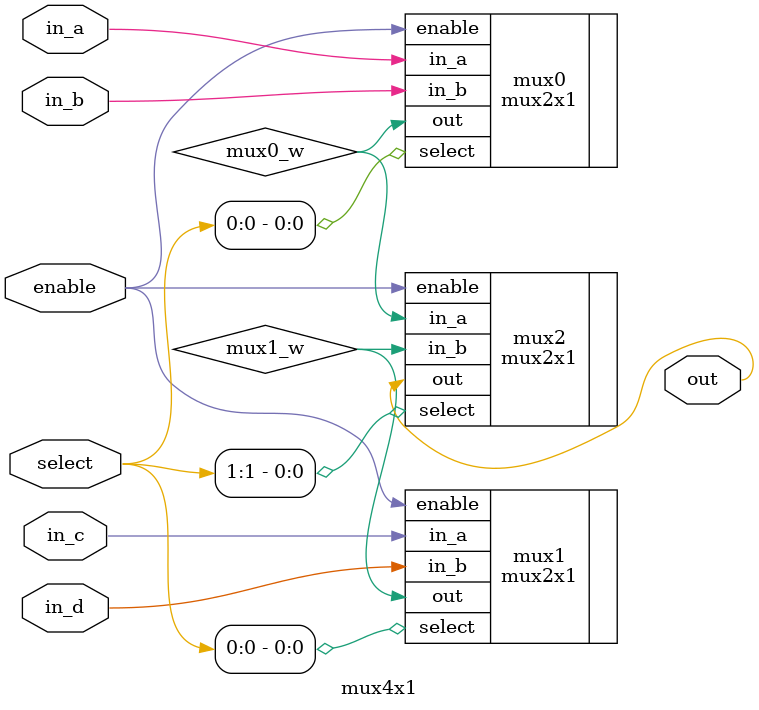
<source format=v>
module mux4x1 (

    input in_a , in_b , in_c , in_d ,
    input [1:0] select ,
    input enable ,

    output out
);

  mux2x1 mux0 (
	.in_a (in_a) ,
	.in_b (in_b) ,
	.select (select[0]),
	.enable (enable) ,
	.out (mux0_w)
);

	mux2x1 mux1 (
	.in_a (in_c) ,
	.in_b (in_d) ,
	.select (select[0]),
	.enable (enable) ,
	.out (mux1_w)
);

mux2x1 mux2 (
	.in_a (mux0_w) ,
	.in_b (mux1_w) ,
	.select (select[1]),
	.enable (enable) ,
	.out (out)
);

endmodule
</source>
